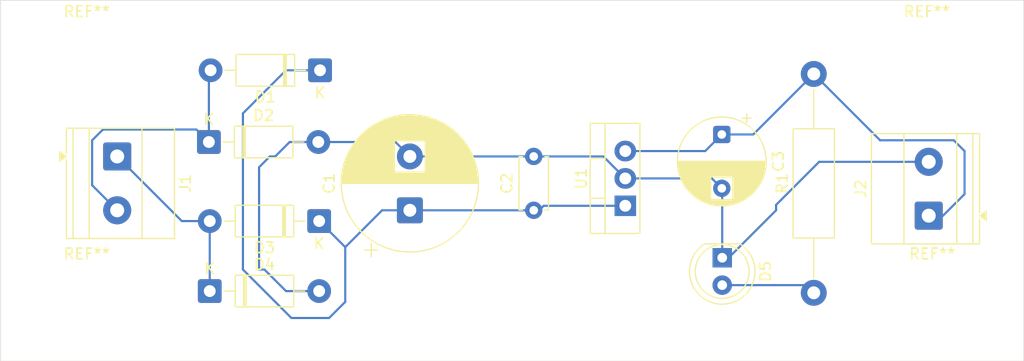
<source format=kicad_pcb>
(kicad_pcb (version 20241229) (generator "pcbnew") (generator_version "9.0")
  (layers (0 "F.Cu" signal) (2 "B.Cu" signal) (13 "F.Paste" user) (15 "B.Paste" user) (5 "F.SilkS" user "F.Silkscreen") (7 "B.SilkS" user "B.Silkscreen") (1 "F.Mask" user) (3 "B.Mask" user) (25 "Edge.Cuts" user))
  (net 0 "")
  (net 1 "GND")
  (net 2 "Net-(D1-K)")
  (net 3 "Net-(J2-Pin_1)")
  (net 4 "Net-(D1-A)")
  (net 5 "Net-(D3-A)")
  (net 6 "Net-(D5-A)")
  (footprint "Diode_THT:D_DO-41_SOD81_P10.16mm_Horizontal" (layer "F.Cu") (at 59.84 60.66)
    (property "Reference" "D2" (at 5.08 -2.47 0) (layer "F.SilkS"))
    (property "Value" "1N4007")
    (fp_line (start 1.34 0) (end 2.36 0) (stroke (width 0.12)) (layer "F.SilkS"))
    (fp_line (start 3.14 -1.47) (end 3.14 1.47) (stroke (width 0.12)) (layer "F.SilkS"))
    (fp_line (start 3.26 -1.47) (end 3.26 1.47) (stroke (width 0.12)) (layer "F.SilkS"))
    (fp_line (start 3.38 -1.47) (end 3.38 1.47) (stroke (width 0.12)) (layer "F.SilkS"))
    (fp_line (start 8.82 0) (end 7.8 0) (stroke (width 0.12)) (layer "F.SilkS"))
    (fp_rect (start 2.36 -1.47) (end 7.8 1.47) (stroke (width 0.12)) (fill no) (layer "F.SilkS"))
    (fp_text user "K" (at 0 -2.1 0) (layer "F.SilkS"))
    (pad "1" thru_hole roundrect (at 0 0) (size 2.2 2.2) (drill 1.1) (layers "*.Cu" "*.Mask") (roundrect_rratio 0.113636) (net 4 "Net-(D1-A)"))
    (pad "2" thru_hole circle (at 10.16 0) (size 2.2 2.2) (drill 1.1) (layers "*.Cu" "*.Mask") (net 1 "GND"))
  )
  (footprint "LED_THT:LED_D5.0mm_FlatTop" (layer "F.Cu") (at 107.5 71.4075 -90)
    (property "Reference" "D5" (at 1.27 -4.01 90) (layer "F.SilkS"))
    (property "Value" "LED")
    (fp_line (start -1.29 -1.64) (end -1.29 1.64) (stroke (width 0.12)) (layer "F.SilkS"))
    (fp_arc (start 4.31 0) (mid 2.124166 2.917533) (end -1.29 1.639512) (stroke (width 0.12)) (layer "F.SilkS"))
    (fp_arc (start -1.29 -1.639512) (mid 2.124166 -2.917533) (end 4.31 0) (stroke (width 0.12)) (layer "F.SilkS"))
    (fp_circle (center 1.27 0) (end 3.77 0) (stroke (width 0.12)) (fill no) (layer "F.SilkS"))
    (pad "1" thru_hole rect (at 0 0 270) (size 1.8 1.8) (drill 0.9) (layers "*.Cu" "*.Mask") (net 1 "GND"))
    (pad "2" thru_hole circle (at 2.54 0 270) (size 1.8 1.8) (drill 0.9) (layers "*.Cu" "*.Mask") (net 6 "Net-(D5-A)"))
  )
  (footprint "MountingHole:MountingHole_3.5mm" (layer "F.Cu") (at 127 75.5)
    (property "Reference" "REF**" (at 0 -4.45 0) (layer "F.SilkS"))
    (property "Value" "MountingHole_3.5mm")
    (pad "" np_thru_hole circle (at 0 0) (size 3.5 3.5) (drill 3.5) (layers "*.Cu" "*.Mask"))
  )
  (footprint "TerminalBlock_Phoenix:TerminalBlock_Phoenix_MKDS-1,5-2_1x02_P5.00mm_Horizontal" (layer "F.Cu") (at 126.6725 67.5 90)
    (property "Reference" "J2" (at 2.5 -6.32 90) (layer "F.SilkS"))
    (property "Value" "Conn_01x02")
    (fp_line (start 7.62 -5.32) (end 7.62 4.72) (stroke (width 0.12)) (layer "F.SilkS"))
    (fp_line (start -2.62 -5.32) (end 7.62 -5.32) (stroke (width 0.12)) (layer "F.SilkS"))
    (fp_line (start -2.62 -2.3) (end 7.62 -2.3) (stroke (width 0.12)) (layer "F.SilkS"))
    (fp_line (start -2.62 2.6) (end 7.62 2.6) (stroke (width 0.12)) (layer "F.SilkS"))
    (fp_line (start -2.62 4.1) (end 7.62 4.1) (stroke (width 0.12)) (layer "F.SilkS"))
    (fp_line (start 7.62 4.72) (end 0.3 4.72) (stroke (width 0.12)) (layer "F.SilkS"))
    (fp_line (start -0.3 4.72) (end -2.62 4.72) (stroke (width 0.12)) (layer "F.SilkS"))
    (fp_line (start -2.62 4.72) (end -2.62 -5.32) (stroke (width 0.12)) (layer "F.SilkS"))
    (fp_poly (pts (xy 0 4.72) (xy 0.44 5.33) (xy -0.44 5.33)) (stroke (width 0.12)) (fill yes) (layer "F.SilkS"))
    (pad "1" thru_hole roundrect (at 0 0 90) (size 2.6 2.6) (drill 1.3) (layers "*.Cu" "*.Mask") (roundrect_rratio 0.096154) (net 3 "Net-(J2-Pin_1)"))
    (pad "2" thru_hole circle (at 5 0 90) (size 2.6 2.6) (drill 1.3) (layers "*.Cu" "*.Mask") (net 1 "GND"))
  )
  (footprint "TerminalBlock_Phoenix:TerminalBlock_Phoenix_MKDS-1,5-2_1x02_P5.00mm_Horizontal" (layer "F.Cu") (at 51.3275 62 -90)
    (property "Reference" "J1" (at 2.5 -6.32 90) (layer "F.SilkS"))
    (property "Value" "Conn_01x02")
    (fp_line (start -2.62 4.72) (end -2.62 -5.32) (stroke (width 0.12)) (layer "F.SilkS"))
    (fp_line (start -0.3 4.72) (end -2.62 4.72) (stroke (width 0.12)) (layer "F.SilkS"))
    (fp_line (start 7.62 4.72) (end 0.3 4.72) (stroke (width 0.12)) (layer "F.SilkS"))
    (fp_line (start -2.62 4.1) (end 7.62 4.1) (stroke (width 0.12)) (layer "F.SilkS"))
    (fp_line (start -2.62 2.6) (end 7.62 2.6) (stroke (width 0.12)) (layer "F.SilkS"))
    (fp_line (start -2.62 -2.3) (end 7.62 -2.3) (stroke (width 0.12)) (layer "F.SilkS"))
    (fp_line (start -2.62 -5.32) (end 7.62 -5.32) (stroke (width 0.12)) (layer "F.SilkS"))
    (fp_line (start 7.62 -5.32) (end 7.62 4.72) (stroke (width 0.12)) (layer "F.SilkS"))
    (fp_poly (pts (xy 0 4.72) (xy 0.44 5.33) (xy -0.44 5.33)) (stroke (width 0.12)) (fill yes) (layer "F.SilkS"))
    (pad "1" thru_hole roundrect (at 0 0 270) (size 2.6 2.6) (drill 1.3) (layers "*.Cu" "*.Mask") (roundrect_rratio 0.096154) (net 5 "Net-(D3-A)"))
    (pad "2" thru_hole circle (at 5 0 270) (size 2.6 2.6) (drill 1.3) (layers "*.Cu" "*.Mask") (net 4 "Net-(D1-A)"))
  )
  (footprint "Diode_THT:D_DO-41_SOD81_P10.16mm_Horizontal" (layer "F.Cu") (at 70.08 68 180)
    (property "Reference" "D3" (at 5.08 -2.47 0) (layer "F.SilkS"))
    (property "Value" "1N4007")
    (fp_line (start 8.82 0) (end 7.8 0) (stroke (width 0.12)) (layer "F.SilkS"))
    (fp_line (start 3.38 -1.47) (end 3.38 1.47) (stroke (width 0.12)) (layer "F.SilkS"))
    (fp_line (start 3.26 -1.47) (end 3.26 1.47) (stroke (width 0.12)) (layer "F.SilkS"))
    (fp_line (start 3.14 -1.47) (end 3.14 1.47) (stroke (width 0.12)) (layer "F.SilkS"))
    (fp_line (start 1.34 0) (end 2.36 0) (stroke (width 0.12)) (layer "F.SilkS"))
    (fp_rect (start 2.36 -1.47) (end 7.8 1.47) (stroke (width 0.12)) (fill no) (layer "F.SilkS"))
    (fp_text user "K" (at 0 -2.1 0) (layer "F.SilkS"))
    (pad "1" thru_hole roundrect (at 0 0 180) (size 2.2 2.2) (drill 1.1) (layers "*.Cu" "*.Mask") (roundrect_rratio 0.113636) (net 2 "Net-(D1-K)"))
    (pad "2" thru_hole circle (at 10.16 0 180) (size 2.2 2.2) (drill 1.1) (layers "*.Cu" "*.Mask") (net 5 "Net-(D3-A)"))
  )
  (footprint "MountingHole:MountingHole_3.5mm" (layer "F.Cu") (at 48.5 75.5)
    (property "Reference" "REF**" (at 0 -4.45 0) (layer "F.SilkS"))
    (property "Value" "MountingHole_3.5mm")
    (pad "" np_thru_hole circle (at 0 0) (size 3.5 3.5) (drill 3.5) (layers "*.Cu" "*.Mask"))
  )
  (footprint "Capacitor_THT:CP_Radial_D12.5mm_P5.00mm" (layer "F.Cu") (at 78.5 67 90)
    (property "Reference" "C1" (at 2.5 -7.5 90) (layer "F.SilkS"))
    (property "Value" "C_Polarized")
    (fp_line (start 2.54 -6.33) (end 2.54 6.33) (stroke (width 0.12)) (layer "F.SilkS"))
    (fp_line (start 2.5 -6.33) (end 2.5 6.33) (stroke (width 0.12)) (layer "F.SilkS"))
    (fp_line (start 2.62 -6.329) (end 2.62 6.329) (stroke (width 0.12)) (layer "F.SilkS"))
    (fp_line (start 2.58 -6.329) (end 2.58 6.329) (stroke (width 0.12)) (layer "F.SilkS"))
    (fp_line (start 2.66 -6.328) (end 2.66 6.328) (stroke (width 0.12)) (layer "F.SilkS"))
    (fp_line (start 2.7 -6.327) (end 2.7 6.327) (stroke (width 0.12)) (layer "F.SilkS"))
    (fp_line (start 2.74 -6.325) (end 2.74 6.325) (stroke (width 0.12)) (layer "F.SilkS"))
    (fp_line (start 2.78 -6.324) (end 2.78 6.324) (stroke (width 0.12)) (layer "F.SilkS"))
    (fp_line (start 2.82 -6.322) (end 2.82 6.322) (stroke (width 0.12)) (layer "F.SilkS"))
    (fp_line (start 2.86 -6.32) (end 2.86 6.32) (stroke (width 0.12)) (layer "F.SilkS"))
    (fp_line (start 2.9 -6.317) (end 2.9 6.317) (stroke (width 0.12)) (layer "F.SilkS"))
    (fp_line (start 2.94 -6.315) (end 2.94 6.315) (stroke (width 0.12)) (layer "F.SilkS"))
    (fp_line (start 2.98 -6.312) (end 2.98 6.312) (stroke (width 0.12)) (layer "F.SilkS"))
    (fp_line (start 3.02 -6.309) (end 3.02 6.309) (stroke (width 0.12)) (layer "F.SilkS"))
    (fp_line (start 3.06 -6.305) (end 3.06 6.305) (stroke (width 0.12)) (layer "F.SilkS"))
    (fp_line (start 3.1 -6.302) (end 3.1 6.302) (stroke (width 0.12)) (layer "F.SilkS"))
    (fp_line (start 3.14 -6.298) (end 3.14 6.298) (stroke (width 0.12)) (layer "F.SilkS"))
    (fp_line (start 3.18 -6.294) (end 3.18 6.294) (stroke (width 0.12)) (layer "F.SilkS"))
    (fp_line (start 3.22 -6.289) (end 3.22 6.289) (stroke (width 0.12)) (layer "F.SilkS"))
    (fp_line (start 3.26 -6.284) (end 3.26 6.284) (stroke (width 0.12)) (layer "F.SilkS"))
    (fp_line (start 3.3 -6.28) (end 3.3 6.28) (stroke (width 0.12)) (layer "F.SilkS"))
    (fp_line (start 3.34 -6.274) (end 3.34 6.274) (stroke (width 0.12)) (layer "F.SilkS"))
    (fp_line (start 3.38 -6.269) (end 3.38 6.269) (stroke (width 0.12)) (layer "F.SilkS"))
    (fp_line (start 3.42 -6.263) (end 3.42 6.263) (stroke (width 0.12)) (layer "F.SilkS"))
    (fp_line (start 3.46 -6.257) (end 3.46 6.257) (stroke (width 0.12)) (layer "F.SilkS"))
    (fp_line (start 3.5 -6.251) (end 3.5 6.251) (stroke (width 0.12)) (layer "F.SilkS"))
    (fp_line (start 3.54 -6.245) (end 3.54 6.245) (stroke (width 0.12)) (layer "F.SilkS"))
    (fp_line (start 3.58 -6.238) (end 3.58 -1.44) (stroke (width 0.12)) (layer "F.SilkS"))
    (fp_line (start 3.62 -6.231) (end 3.62 -1.44) (stroke (width 0.12)) (layer "F.SilkS"))
    (fp_line (start 3.66 -6.223) (end 3.66 -1.44) (stroke (width 0.12)) (layer "F.SilkS"))
    (fp_line (start 3.7 -6.216) (end 3.7 -1.44) (stroke (width 0.12)) (layer "F.SilkS"))
    (fp_line (start 3.74 -6.208) (end 3.74 -1.44) (stroke (width 0.12)) (layer "F.SilkS"))
    (fp_line (start 3.78 -6.2) (end 3.78 -1.44) (stroke (width 0.12)) (layer "F.SilkS"))
    (fp_line (start 3.82 -6.192) (end 3.82 -1.44) (stroke (width 0.12)) (layer "F.SilkS"))
    (fp_line (start 3.86 -6.183) (end 3.86 -1.44) (stroke (width 0.12)) (layer "F.SilkS"))
    (fp_line (start 3.9 -6.174) (end 3.9 -1.44) (stroke (width 0.12)) (layer "F.SilkS"))
    (fp_line (start 3.94 -6.165) (end 3.94 -1.44) (stroke (width 0.12)) (layer "F.SilkS"))
    (fp_line (start 3.98 -6.156) (end 3.98 -1.44) (stroke (width 0.12)) (layer "F.SilkS"))
    (fp_line (start 4.02 -6.146) (end 4.02 -1.44) (stroke (width 0.12)) (layer "F.SilkS"))
    (fp_line (start 4.06 -6.136) (end 4.06 -1.44) (stroke (width 0.12)) (layer "F.SilkS"))
    (fp_line (start 4.1 -6.126) (end 4.1 -1.44) (stroke (width 0.12)) (layer "F.SilkS"))
    (fp_line (start 4.14 -6.115) (end 4.14 -1.44) (stroke (width 0.12)) (layer "F.SilkS"))
    (fp_line (start 4.18 -6.104) (end 4.18 -1.44) (stroke (width 0.12)) (layer "F.SilkS"))
    (fp_line (start 4.22 -6.093) (end 4.22 -1.44) (stroke (width 0.12)) (layer "F.SilkS"))
    (fp_line (start 4.26 -6.082) (end 4.26 -1.44) (stroke (width 0.12)) (layer "F.SilkS"))
    (fp_line (start 4.3 -6.07) (end 4.3 -1.44) (stroke (width 0.12)) (layer "F.SilkS"))
    (fp_line (start 4.34 -6.058) (end 4.34 -1.44) (stroke (width 0.12)) (layer "F.SilkS"))
    (fp_line (start 4.38 -6.046) (end 4.38 -1.44) (stroke (width 0.12)) (layer "F.SilkS"))
    (fp_line (start 4.42 -6.034) (end 4.42 -1.44) (stroke (width 0.12)) (layer "F.SilkS"))
    (fp_line (start 4.46 -6.021) (end 4.46 -1.44) (stroke (width 0.12)) (layer "F.SilkS"))
    (fp_line (start 4.5 -6.008) (end 4.5 -1.44) (stroke (width 0.12)) (layer "F.SilkS"))
    (fp_line (start 4.54 -5.995) (end 4.54 -1.44) (stroke (width 0.12)) (layer "F.SilkS"))
    (fp_line (start 4.58 -5.981) (end 4.58 -1.44) (stroke (width 0.12)) (layer "F.SilkS"))
    (fp_line (start 4.62 -5.967) (end 4.62 -1.44) (stroke (width 0.12)) (layer "F.SilkS"))
    (fp_line (start 4.66 -5.953) (end 4.66 -1.44) (stroke (width 0.12)) (layer "F.SilkS"))
    (fp_line (start 4.7 -5.938) (end 4.7 -1.44) (stroke (width 0.12)) (layer "F.SilkS"))
    (fp_line (start 4.74 -5.923) (end 4.74 -1.44) (stroke (width 0.12)) (layer "F.SilkS"))
    (fp_line (start 4.78 -5.908) (end 4.78 -1.44) (stroke (width 0.12)) (layer "F.SilkS"))
    (fp_line (start 4.82 -5.892) (end 4.82 -1.44) (stroke (width 0.12)) (layer "F.SilkS"))
    (fp_line (start 4.86 -5.877) (end 4.86 -1.44) (stroke (width 0.12)) (layer "F.SilkS"))
    (fp_line (start 4.9 -5.861) (end 4.9 -1.44) (stroke (width 0.12)) (layer "F.SilkS"))
    (fp_line (start 4.94 -5.844) (end 4.94 -1.44) (stroke (width 0.12)) (layer "F.SilkS"))
    (fp_line (start 4.98 -5.827) (end 4.98 -1.44) (stroke (width 0.12)) (layer "F.SilkS"))
    (fp_line (start 5.02 -5.81) (end 5.02 -1.44) (stroke (width 0.12)) (layer "F.SilkS"))
    (fp_line (start 5.06 -5.793) (end 5.06 -1.44) (stroke (width 0.12)) (layer "F.SilkS"))
    (fp_line (start 5.1 -5.775) (end 5.1 -1.44) (stroke (width 0.12)) (layer "F.SilkS"))
    (fp_line (start 5.14 -5.757) (end 5.14 -1.44) (stroke (width 0.12)) (layer "F.SilkS"))
    (fp_line (start 5.18 -5.739) (end 5.18 -1.44) (stroke (width 0.12)) (layer "F.SilkS"))
    (fp_line (start 5.22 -5.72) (end 5.22 -1.44) (stroke (width 0.12)) (layer "F.SilkS"))
    (fp_line (start 5.26 -5.701) (end 5.26 -1.44) (stroke (width 0.12)) (layer "F.SilkS"))
    (fp_line (start 5.3 -5.682) (end 5.3 -1.44) (stroke (width 0.12)) (layer "F.SilkS"))
    (fp_line (start 5.34 -5.662) (end 5.34 -1.44) (stroke (width 0.12)) (layer "F.SilkS"))
    (fp_line (start 5.38 -5.642) (end 5.38 -1.44) (stroke (width 0.12)) (layer "F.SilkS"))
    (fp_line (start 5.42 -5.621) (end 5.42 -1.44) (stroke (width 0.12)) (layer "F.SilkS"))
    (fp_line (start 5.46 -5.601) (end 5.46 -1.44) (stroke (width 0.12)) (layer "F.SilkS"))
    (fp_line (start 5.5 -5.579) (end 5.5 -1.44) (stroke (width 0.12)) (layer "F.SilkS"))
    (fp_line (start 5.54 -5.558) (end 5.54 -1.44) (stroke (width 0.12)) (layer "F.SilkS"))
    (fp_line (start 5.58 -5.536) (end 5.58 -1.44) (stroke (width 0.12)) (layer "F.SilkS"))
    (fp_line (start 5.62 -5.514) (end 5.62 -1.44) (stroke (width 0.12)) (layer "F.SilkS"))
    (fp_line (start 5.66 -5.491) (end 5.66 -1.44) (stroke (width 0.12)) (layer "F.SilkS"))
    (fp_line (start 5.7 -5.468) (end 5.7 -1.44) (stroke (width 0.12)) (layer "F.SilkS"))
    (fp_line (start 5.74 -5.444) (end 5.74 -1.44) (stroke (width 0.12)) (layer "F.SilkS"))
    (fp_line (start 5.78 -5.421) (end 5.78 -1.44) (stroke (width 0.12)) (layer "F.SilkS"))
    (fp_line (start 5.82 -5.396) (end 5.82 -1.44) (stroke (width 0.12)) (layer "F.SilkS"))
    (fp_line (start 5.86 -5.372) (end 5.86 -1.44) (stroke (width 0.12)) (layer "F.SilkS"))
    (fp_line (start 5.9 -5.347) (end 5.9 -1.44) (stroke (width 0.12)) (layer "F.SilkS"))
    (fp_line (start 5.94 -5.321) (end 5.94 -1.44) (stroke (width 0.12)) (layer "F.SilkS"))
    (fp_line (start 5.98 -5.295) (end 5.98 -1.44) (stroke (width 0.12)) (layer "F.SilkS"))
    (fp_line (start 6.02 -5.269) (end 6.02 -1.44) (stroke (width 0.12)) (layer "F.SilkS"))
    (fp_line (start 6.06 -5.242) (end 6.06 -1.44) (stroke (width 0.12)) (layer "F.SilkS"))
    (fp_line (start 6.1 -5.215) (end 6.1 -1.44) (stroke (width 0.12)) (layer "F.SilkS"))
    (fp_line (start 6.14 -5.188) (end 6.14 -1.44) (stroke (width 0.12)) (layer "F.SilkS"))
    (fp_line (start 6.18 -5.159) (end 6.18 -1.44) (stroke (width 0.12)) (layer "F.SilkS"))
    (fp_line (start 6.22 -5.131) (end 6.22 -1.44) (stroke (width 0.12)) (layer "F.SilkS"))
    (fp_line (start 6.26 -5.102) (end 6.26 -1.44) (stroke (width 0.12)) (layer "F.SilkS"))
    (fp_line (start 6.3 -5.072) (end 6.3 -1.44) (stroke (width 0.12)) (layer "F.SilkS"))
    (fp_line (start 6.34 -5.042) (end 6.34 -1.44) (stroke (width 0.12)) (layer "F.SilkS"))
    (fp_line (start 6.38 -5.012) (end 6.38 -1.44) (stroke (width 0.12)) (layer "F.SilkS"))
    (fp_line (start 6.42 -4.981) (end 6.42 -1.44) (stroke (width 0.12)) (layer "F.SilkS"))
    (fp_line (start 6.46 -4.95) (end 6.46 4.95) (stroke (width 0.12)) (layer "F.SilkS"))
    (fp_line (start 6.5 -4.918) (end 6.5 4.918) (stroke (width 0.12)) (layer "F.SilkS"))
    (fp_line (start 6.54 -4.885) (end 6.54 4.885) (stroke (width 0.12)) (layer "F.SilkS"))
    (fp_line (start 6.58 -4.852) (end 6.58 4.852) (stroke (width 0.12)) (layer "F.SilkS"))
    (fp_line (start 6.62 -4.818) (end 6.62 4.818) (stroke (width 0.12)) (layer "F.SilkS"))
    (fp_line (start 6.66 -4.784) (end 6.66 4.784) (stroke (width 0.12)) (layer "F.SilkS"))
    (fp_line (start 6.7 -4.749) (end 6.7 4.749) (stroke (width 0.12)) (layer "F.SilkS"))
    (fp_line (start 6.74 -4.714) (end 6.74 4.714) (stroke (width 0.12)) (layer "F.SilkS"))
    (fp_line (start 6.78 -4.678) (end 6.78 4.678) (stroke (width 0.12)) (layer "F.SilkS"))
    (fp_line (start 6.82 -4.641) (end 6.82 4.641) (stroke (width 0.12)) (layer "F.SilkS"))
    (fp_line (start 6.86 -4.604) (end 6.86 4.604) (stroke (width 0.12)) (layer "F.SilkS"))
    (fp_line (start 6.9 -4.566) (end 6.9 4.566) (stroke (width 0.12)) (layer "F.SilkS"))
    (fp_line (start 6.94 -4.528) (end 6.94 4.528) (stroke (width 0.12)) (layer "F.SilkS"))
    (fp_line (start 6.98 -4.488) (end 6.98 4.488) (stroke (width 0.12)) (layer "F.SilkS"))
    (fp_line (start 7.02 -4.448) (end 7.02 4.448) (stroke (width 0.12)) (layer "F.SilkS"))
    (fp_line (start 7.06 -4.408) (end 7.06 4.408) (stroke (width 0.12)) (layer "F.SilkS"))
    (fp_line (start 7.1 -4.366) (end 7.1 4.366) (stroke (width 0.12)) (layer "F.SilkS"))
    (fp_line (start 7.14 -4.324) (end 7.14 4.324) (stroke (width 0.12)) (layer "F.SilkS"))
    (fp_line (start 7.18 -4.281) (end 7.18 4.281) (stroke (width 0.12)) (layer "F.SilkS"))
    (fp_line (start 7.22 -4.238) (end 7.22 4.238) (stroke (width 0.12)) (layer "F.SilkS"))
    (fp_line (start -3.692082 -4.2) (end -3.692082 -2.95) (stroke (width 0.12)) (layer "F.SilkS"))
    (fp_line (start 7.26 -4.193) (end 7.26 4.193) (stroke (width 0.12)) (layer "F.SilkS"))
    (fp_line (start 7.3 -4.148) (end 7.3 4.148) (stroke (width 0.12)) (layer "F.SilkS"))
    (fp_line (start 7.34 -4.101) (end 7.34 4.101) (stroke (width 0.12)) (layer "F.SilkS"))
    (fp_line (start 7.38 -4.054) (end 7.38 4.054) (stroke (width 0.12)) (layer "F.SilkS"))
    (fp_line (start 7.42 -4.006) (end 7.42 4.006) (stroke (width 0.12)) (layer "F.SilkS"))
    (fp_line (start 7.46 -3.957) (end 7.46 3.957) (stroke (width 0.12)) (layer "F.SilkS"))
    (fp_line (start 7.5 -3.907) (end 7.5 3.907) (stroke (width 0.12)) (layer "F.SilkS"))
    (fp_line (start 7.54 -3.856) (end 7.54 3.856) (stroke (width 0.12)) (layer "F.SilkS"))
    (fp_line (start 7.58 -3.803) (end 7.58 3.803) (stroke (width 0.12)) (layer "F.SilkS"))
    (fp_line (start 7.62 -3.75) (end 7.62 3.75) (stroke (width 0.12)) (layer "F.SilkS"))
    (fp_line (start 7.66 -3.695) (end 7.66 3.695) (stroke (width 0.12)) (layer "F.SilkS"))
    (fp_line (start 7.7 -3.639) (end 7.7 3.639) (stroke (width 0.12)) (layer "F.SilkS"))
    (fp_line (start 7.74 -3.582) (end 7.74 3.582) (stroke (width 0.12)) (layer "F.SilkS"))
    (fp_line (start -4.317082 -3.575) (end -3.067082 -3.575) (stroke (width 0.12)) (layer "F.SilkS"))
    (fp_line (start 7.78 -3.523) (end 7.78 3.523) (stroke (width 0.12)) (layer "F.SilkS"))
    (fp_line (start 7.82 -3.463) (end 7.82 3.463) (stroke (width 0.12)) (layer "F.SilkS"))
    (fp_line (start 7.86 -3.402) (end 7.86 3.402) (stroke (width 0.12)) (layer "F.SilkS"))
    (fp_line (start 7.9 -3.339) (end 7.9 3.339) (stroke (width 0.12)) (layer "F.SilkS"))
    (fp_line (start 7.94 -3.274) (end 7.94 3.274) (stroke (width 0.12)) (layer "F.SilkS"))
    (fp_line (start 7.98 -3.208) (end 7.98 3.208) (stroke (width 0.12)) (layer "F.SilkS"))
    (fp_line (start 8.02 -3.139) (end 8.02 3.139) (stroke (width 0.12)) (layer "F.SilkS"))
    (fp_line (start 8.06 -3.069) (end 8.06 3.069) (stroke (width 0.12)) (layer "F.SilkS"))
    (fp_line (start 8.1 -2.996) (end 8.1 2.996) (stroke (width 0.12)) (layer "F.SilkS"))
    (fp_line (start 8.14 -2.921) (end 8.14 2.921) (stroke (width 0.12)) (layer "F.SilkS"))
    (fp_line (start 8.18 -2.843) (end 8.18 2.843) (stroke (width 0.12)) (layer "F.SilkS"))
    (fp_line (start 8.22 -2.763) (end 8.22 2.763) (stroke (width 0.12)) (layer "F.SilkS"))
    (fp_line (start 8.26 -2.68) (end 8.26 2.68) (stroke (width 0.12)) (layer "F.SilkS"))
    (fp_line (start 8.3 -2.594) (end 8.3 2.594) (stroke (width 0.12)) (layer "F.SilkS"))
    (fp_line (start 8.34 -2.504) (end 8.34 2.504) (stroke (width 0.12)) (layer "F.SilkS"))
    (fp_line (start 8.38 -2.41) (end 8.38 2.41) (stroke (width 0.12)) (layer "F.SilkS"))
    (fp_line (start 8.42 -2.312) (end 8.42 2.312) (stroke (width 0.12)) (layer "F.SilkS"))
    (fp_line (start 8.46 -2.208) (end 8.46 2.208) (stroke (width 0.12)) (layer "F.SilkS"))
    (fp_line (start 8.5 -2.099) (end 8.5 2.099) (stroke (width 0.12)) (layer "F.SilkS"))
    (fp_line (start 8.54 -1.984) (end 8.54 1.984) (stroke (width 0.12)) (layer "F.SilkS"))
    (fp_line (start 8.58 -1.86) (end 8.58 1.86) (stroke (width 0.12)) (layer "F.SilkS"))
    (fp_line (start 8.62 -1.727) (end 8.62 1.727) (stroke (width 0.12)) (layer "F.SilkS"))
    (fp_line (start 8.66 -1.582) (end 8.66 1.582) (stroke (width 0.12)) (layer "F.SilkS"))
    (fp_line (start 8.7 -1.422) (end 8.7 1.422) (stroke (width 0.12)) (layer "F.SilkS"))
    (fp_line (start 8.74 -1.24) (end 8.74 1.24) (stroke (width 0.12)) (layer "F.SilkS"))
    (fp_line (start 8.78 -1.027) (end 8.78 1.027) (stroke (width 0.12)) (layer "F.SilkS"))
    (fp_line (start 8.82 -0.757) (end 8.82 0.757) (stroke (width 0.12)) (layer "F.SilkS"))
    (fp_line (start 8.86 -0.317) (end 8.86 0.317) (stroke (width 0.12)) (layer "F.SilkS"))
    (fp_line (start 6.42 1.44) (end 6.42 4.981) (stroke (width 0.12)) (layer "F.SilkS"))
    (fp_line (start 6.38 1.44) (end 6.38 5.012) (stroke (width 0.12)) (layer "F.SilkS"))
    (fp_line (start 6.34 1.44) (end 6.34 5.042) (stroke (width 0.12)) (layer "F.SilkS"))
    (fp_line (start 6.3 1.44) (end 6.3 5.072) (stroke (width 0.12)) (layer "F.SilkS"))
    (fp_line (start 6.26 1.44) (end 6.26 5.102) (stroke (width 0.12)) (layer "F.SilkS"))
    (fp_line (start 6.22 1.44) (end 6.22 5.131) (stroke (width 0.12)) (layer "F.SilkS"))
    (fp_line (start 6.18 1.44) (end 6.18 5.159) (stroke (width 0.12)) (layer "F.SilkS"))
    (fp_line (start 6.14 1.44) (end 6.14 5.188) (stroke (width 0.12)) (layer "F.SilkS"))
    (fp_line (start 6.1 1.44) (end 6.1 5.215) (stroke (width 0.12)) (layer "F.SilkS"))
    (fp_line (start 6.06 1.44) (end 6.06 5.242) (stroke (width 0.12)) (layer "F.SilkS"))
    (fp_line (start 6.02 1.44) (end 6.02 5.269) (stroke (width 0.12)) (layer "F.SilkS"))
    (fp_line (start 5.98 1.44) (end 5.98 5.295) (stroke (width 0.12)) (layer "F.SilkS"))
    (fp_line (start 5.94 1.44) (end 5.94 5.321) (stroke (width 0.12)) (layer "F.SilkS"))
    (fp_line (start 5.9 1.44) (end 5.9 5.347) (stroke (width 0.12)) (layer "F.SilkS"))
    (fp_line (start 5.86 1.44) (end 5.86 5.372) (stroke (width 0.12)) (layer "F.SilkS"))
    (fp_line (start 5.82 1.44) (end 5.82 5.396) (stroke (width 0.12)) (layer "F.SilkS"))
    (fp_line (start 5.78 1.44) (end 5.78 5.421) (stroke (width 0.12)) (layer "F.SilkS"))
    (fp_line (start 5.74 1.44) (end 5.74 5.444) (stroke (width 0.12)) (layer "F.SilkS"))
    (fp_line (start 5.7 1.44) (end 5.7 5.468) (stroke (width 0.12)) (layer "F.SilkS"))
    (fp_line (start 5.66 1.44) (end 5.66 5.491) (stroke (width 0.12)) (layer "F.SilkS"))
    (fp_line (start 5.62 1.44) (end 5.62 5.514) (stroke (width 0.12)) (layer "F.SilkS"))
    (fp_line (start 5.58 1.44) (end 5.58 5.536) (stroke (width 0.12)) (layer "F.SilkS"))
    (fp_line (start 5.54 1.44) (end 5.54 5.558) (stroke (width 0.12)) (layer "F.SilkS"))
    (fp_line (start 5.5 1.44) (end 5.5 5.579) (stroke (width 0.12)) (layer "F.SilkS"))
    (fp_line (start 5.46 1.44) (end 5.46 5.601) (stroke (width 0.12)) (layer "F.SilkS"))
    (fp_line (start 5.42 1.44) (end 5.42 5.621) (stroke (width 0.12)) (layer "F.SilkS"))
    (fp_line (start 5.38 1.44) (end 5.38 5.642) (stroke (width 0.12)) (layer "F.SilkS"))
    (fp_line (start 5.34 1.44) (end 5.34 5.662) (stroke (width 0.12)) (layer "F.SilkS"))
    (fp_line (start 5.3 1.44) (end 5.3 5.682) (stroke (width 0.12)) (layer "F.SilkS"))
    (fp_line (start 5.26 1.44) (end 5.26 5.701) (stroke (width 0.12)) (layer "F.SilkS"))
    (fp_line (start 5.22 1.44) (end 5.22 5.72) (stroke (width 0.12)) (layer "F.SilkS"))
    (fp_line (start 5.18 1.44) (end 5.18 5.739) (stroke (width 0.12)) (layer "F.SilkS"))
    (fp_line (start 5.14 1.44) (end 5.14 5.757) (stroke (width 0.12)) (layer "F.SilkS"))
    (fp_line (start 5.1 1.44) (end 5.1 5.775) (stroke (width 0.12)) (layer "F.SilkS"))
    (fp_line (start 5.06 1.44) (end 5.06 5.793) (stroke (width 0.12)) (layer "F.SilkS"))
    (fp_line (start 5.02 1.44) (end 5.02 5.81) (stroke (width 0.12)) (layer "F.SilkS"))
    (fp_line (start 4.98 1.44) (end 4.98 5.827) (stroke (width 0.12)) (layer "F.SilkS"))
    (fp_line (start 4.94 1.44) (end 4.94 5.844) (stroke (width 0.12)) (layer "F.SilkS"))
    (fp_line (start 4.9 1.44) (end 4.9 5.861) (stroke (width 0.12)) (layer "F.SilkS"))
    (fp_line (start 4.86 1.44) (end 4.86 5.877) (stroke (width 0.12)) (layer "F.SilkS"))
    (fp_line (start 4.82 1.44) (end 4.82 5.892) (stroke (width 0.12)) (layer "F.SilkS"))
    (fp_line (start 4.78 1.44) (end 4.78 5.908) (stroke (width 0.12)) (layer "F.SilkS"))
    (fp_line (start 4.74 1.44) (end 4.74 5.923) (stroke (width 0.12)) (layer "F.SilkS"))
    (fp_line (start 4.7 1.44) (end 4.7 5.938) (stroke (width 0.12)) (layer "F.SilkS"))
    (fp_line (start 4.66 1.44) (end 4.66 5.953) (stroke (width 0.12)) (layer "F.SilkS"))
    (fp_line (start 4.62 1.44) (end 4.62 5.967) (stroke (width 0.12)) (layer "F.SilkS"))
    (fp_line (start 4.58 1.44) (end 4.58 5.981) (stroke (width 0.12)) (layer "F.SilkS"))
    (fp_line (start 4.54 1.44) (end 4.54 5.995) (stroke (width 0.12)) (layer "F.SilkS"))
    (fp_line (start 4.5 1.44) (end 4.5 6.008) (stroke (width 0.12)) (layer "F.SilkS"))
    (fp_line (start 4.46 1.44) (end 4.46 6.021) (stroke (width 0.12)) (layer "F.SilkS"))
    (fp_line (start 4.42 1.44) (end 4.42 6.034) (stroke (width 0.12)) (layer "F.SilkS"))
    (fp_line (start 4.38 1.44) (end 4.38 6.046) (stroke (width 0.12)) (layer "F.SilkS"))
    (fp_line (start 4.34 1.44) (end 4.34 6.058) (stroke (width 0.12)) (layer "F.SilkS"))
    (fp_line (start 4.3 1.44) (end 4.3 6.07) (stroke (width 0.12)) (layer "F.SilkS"))
    (fp_line (start 4.26 1.44) (end 4.26 6.082) (stroke (width 0.12)) (layer "F.SilkS"))
    (fp_line (start 4.22 1.44) (end 4.22 6.093) (stroke (width 0.12)) (layer "F.SilkS"))
    (fp_line (start 4.18 1.44) (end 4.18 6.104) (stroke (width 0.12)) (layer "F.SilkS"))
    (fp_line (start 4.14 1.44) (end 4.14 6.115) (stroke (width 0.12)) (layer "F.SilkS"))
    (fp_line (start 4.1 1.44) (end 4.1 6.126) (stroke (width 0.12)) (layer "F.SilkS"))
    (fp_line (start 4.06 1.44) (end 4.06 6.136) (stroke (width 0.12)) (layer "F.SilkS"))
    (fp_line (start 4.02 1.44) (end 4.02 6.146) (stroke (width 0.12)) (layer "F.SilkS"))
    (fp_line (start 3.98 1.44) (end 3.98 6.156) (stroke (width 0.12)) (layer "F.SilkS"))
    (fp_line (start 3.94 1.44) (end 3.94 6.165) (stroke (width 0.12)) (layer "F.SilkS"))
    (fp_line (start 3.9 1.44) (end 3.9 6.174) (stroke (width 0.12)) (layer "F.SilkS"))
    (fp_line (start 3.86 1.44) (end 3.86 6.183) (stroke (width 0.12)) (layer "F.SilkS"))
    (fp_line (start 3.82 1.44) (end 3.82 6.192) (stroke (width 0.12)) (layer "F.SilkS"))
    (fp_line (start 3.78 1.44) (end 3.78 6.2) (stroke (width 0.12)) (layer "F.SilkS"))
    (fp_line (start 3.74 1.44) (end 3.74 6.208) (stroke (width 0.12)) (layer "F.SilkS"))
    (fp_line (start 3.7 1.44) (end 3.7 6.216) (stroke (width 0.12)) (layer "F.SilkS"))
    (fp_line (start 3.66 1.44) (end 3.66 6.223) (stroke (width 0.12)) (layer "F.SilkS"))
    (fp_line (start 3.62 1.44) (end 3.62 6.231) (stroke (width 0.12)) (layer "F.SilkS"))
    (fp_line (start 3.58 1.44) (end 3.58 6.238) (stroke (width 0.12)) (layer "F.SilkS"))
    (fp_circle (center 2.5 0) (end 8.87 0) (stroke (width 0.12)) (fill no) (layer "F.SilkS"))
    (pad "1" thru_hole roundrect (at 0 0 90) (size 2.4 2.4) (drill 1.2) (layers "*.Cu" "*.Mask") (roundrect_rratio 0.104167) (net 2 "Net-(D1-K)"))
    (pad "2" thru_hole circle (at 5 0 90) (size 2.4 2.4) (drill 1.2) (layers "*.Cu" "*.Mask") (net 1 "GND"))
  )
  (footprint "Resistor_THT:R_Axial_DIN0411_L9.9mm_D3.6mm_P20.32mm_Horizontal" (layer "F.Cu") (at 116 74.66 90)
    (property "Reference" "R1" (at 10.16 -2.92 90) (layer "F.SilkS"))
    (property "Value" "R")
    (fp_line (start 18.88 0) (end 15.23 0) (stroke (width 0.12)) (layer "F.SilkS"))
    (fp_line (start 1.44 0) (end 5.09 0) (stroke (width 0.12)) (layer "F.SilkS"))
    (fp_rect (start 5.09 -1.92) (end 15.23 1.92) (stroke (width 0.12)) (fill no) (layer "F.SilkS"))
    (pad "1" thru_hole circle (at 0 0 90) (size 2.4 2.4) (drill 1.2) (layers "*.Cu" "*.Mask") (net 6 "Net-(D5-A)"))
    (pad "2" thru_hole circle (at 20.32 0 90) (size 2.4 2.4) (drill 1.2) (layers "*.Cu" "*.Mask") (net 3 "Net-(J2-Pin_1)"))
  )
  (footprint "Package_TO_SOT_THT:TO-220-3_Vertical" (layer "F.Cu") (at 98.5 66.58 90)
    (property "Reference" "U1" (at 2.54 -4.1 90) (layer "F.SilkS"))
    (property "Value" "L7805")
    (fp_line (start 7.65 -3.26) (end 7.65 1.36) (stroke (width 0.12)) (layer "F.SilkS"))
    (fp_line (start 4.39 -3.26) (end 4.39 -1.88) (stroke (width 0.12)) (layer "F.SilkS"))
    (fp_line (start 0.69 -3.26) (end 0.69 -1.88) (stroke (width 0.12)) (layer "F.SilkS"))
    (fp_line (start -2.57 -3.26) (end 7.65 -3.26) (stroke (width 0.12)) (layer "F.SilkS"))
    (fp_line (start -2.57 -1.88) (end 7.65 -1.88) (stroke (width 0.12)) (layer "F.SilkS"))
    (fp_line (start 7.65 1.36) (end -2.57 1.36) (stroke (width 0.12)) (layer "F.SilkS"))
    (fp_line (start -2.57 1.36) (end -2.57 -3.26) (stroke (width 0.12)) (layer "F.SilkS"))
    (pad "1" thru_hole rect (at 0 0 90) (size 1.905 2) (drill 1.1) (layers "*.Cu" "*.Mask") (net 2 "Net-(D1-K)"))
    (pad "2" thru_hole oval (at 2.54 0 90) (size 1.905 2) (drill 1.1) (layers "*.Cu" "*.Mask") (net 1 "GND"))
    (pad "3" thru_hole oval (at 5.08 0 90) (size 1.905 2) (drill 1.1) (layers "*.Cu" "*.Mask") (net 3 "Net-(J2-Pin_1)"))
  )
  (footprint "Diode_THT:D_DO-41_SOD81_P10.16mm_Horizontal" (layer "F.Cu") (at 59.92 74.5)
    (property "Reference" "D4" (at 5.08 -2.47 0) (layer "F.SilkS"))
    (property "Value" "1N4007")
    (fp_line (start 1.34 0) (end 2.36 0) (stroke (width 0.12)) (layer "F.SilkS"))
    (fp_line (start 3.14 -1.47) (end 3.14 1.47) (stroke (width 0.12)) (layer "F.SilkS"))
    (fp_line (start 3.26 -1.47) (end 3.26 1.47) (stroke (width 0.12)) (layer "F.SilkS"))
    (fp_line (start 3.38 -1.47) (end 3.38 1.47) (stroke (width 0.12)) (layer "F.SilkS"))
    (fp_line (start 8.82 0) (end 7.8 0) (stroke (width 0.12)) (layer "F.SilkS"))
    (fp_rect (start 2.36 -1.47) (end 7.8 1.47) (stroke (width 0.12)) (fill no) (layer "F.SilkS"))
    (fp_text user "K" (at 0 -2.1 0) (layer "F.SilkS"))
    (pad "1" thru_hole roundrect (at 0 0) (size 2.2 2.2) (drill 1.1) (layers "*.Cu" "*.Mask") (roundrect_rratio 0.113636) (net 5 "Net-(D3-A)"))
    (pad "2" thru_hole circle (at 10.16 0) (size 2.2 2.2) (drill 1.1) (layers "*.Cu" "*.Mask") (net 1 "GND"))
  )
  (footprint "Capacitor_THT:C_Disc_D4.7mm_W2.5mm_P5.00mm" (layer "F.Cu") (at 90 67 90)
    (property "Reference" "C2" (at 2.5 -2.5 90) (layer "F.SilkS"))
    (property "Value" "C")
    (fp_line (start 4.97 -1.37) (end 4.97 -1.04) (stroke (width 0.12)) (layer "F.SilkS"))
    (fp_line (start 0.03 -1.37) (end 4.97 -1.37) (stroke (width 0.12)) (layer "F.SilkS"))
    (fp_line (start 0.03 -1.04) (end 0.03 -1.37) (stroke (width 0.12)) (layer "F.SilkS"))
    (fp_line (start 4.97 1.04) (end 4.97 1.37) (stroke (width 0.12)) (layer "F.SilkS"))
    (fp_line (start 4.97 1.37) (end 0.03 1.37) (stroke (width 0.12)) (layer "F.SilkS"))
    (fp_line (start 0.03 1.37) (end 0.03 1.04) (stroke (width 0.12)) (layer "F.SilkS"))
    (pad "1" thru_hole circle (at 0 0 90) (size 1.6 1.6) (drill 0.8) (layers "*.Cu" "*.Mask") (net 2 "Net-(D1-K)"))
    (pad "2" thru_hole circle (at 5 0 90) (size 1.6 1.6) (drill 0.8) (layers "*.Cu" "*.Mask") (net 1 "GND"))
  )
  (footprint "Diode_THT:D_DO-41_SOD81_P10.16mm_Horizontal" (layer "F.Cu") (at 70.16 54 180)
    (property "Reference" "D1" (at 5.08 -2.47 0) (layer "F.SilkS"))
    (property "Value" "1N4007")
    (fp_line (start 8.82 0) (end 7.8 0) (stroke (width 0.12)) (layer "F.SilkS"))
    (fp_line (start 3.38 -1.47) (end 3.38 1.47) (stroke (width 0.12)) (layer "F.SilkS"))
    (fp_line (start 3.26 -1.47) (end 3.26 1.47) (stroke (width 0.12)) (layer "F.SilkS"))
    (fp_line (start 3.14 -1.47) (end 3.14 1.47) (stroke (width 0.12)) (layer "F.SilkS"))
    (fp_line (start 1.34 0) (end 2.36 0) (stroke (width 0.12)) (layer "F.SilkS"))
    (fp_rect (start 2.36 -1.47) (end 7.8 1.47) (stroke (width 0.12)) (fill no) (layer "F.SilkS"))
    (fp_text user "K" (at 0 -2.1 0) (layer "F.SilkS"))
    (pad "1" thru_hole roundrect (at 0 0 180) (size 2.2 2.2) (drill 1.1) (layers "*.Cu" "*.Mask") (roundrect_rratio 0.113636) (net 2 "Net-(D1-K)"))
    (pad "2" thru_hole circle (at 10.16 0 180) (size 2.2 2.2) (drill 1.1) (layers "*.Cu" "*.Mask") (net 4 "Net-(D1-A)"))
  )
  (footprint "MountingHole:MountingHole_3.5mm" (layer "F.Cu") (at 48.5 53)
    (property "Reference" "REF**" (at 0 -4.45 0) (layer "F.SilkS"))
    (property "Value" "MountingHole_3.5mm")
    (pad "" np_thru_hole circle (at 0 0) (size 3.5 3.5) (drill 3.5) (layers "*.Cu" "*.Mask"))
  )
  (footprint "Capacitor_THT:CP_Radial_D8.0mm_P5.00mm" (layer "F.Cu") (at 107.46 59.96 -90)
    (property "Reference" "C3" (at 2.5 -5.25 90) (layer "F.SilkS"))
    (property "Value" "C_Polarized")
    (fp_line (start 3.98 1.04) (end 3.98 3.805) (stroke (width 0.12)) (layer "F.SilkS"))
    (fp_line (start 4.02 1.04) (end 4.02 3.789) (stroke (width 0.12)) (layer "F.SilkS"))
    (fp_line (start 4.06 1.04) (end 4.06 3.773) (stroke (width 0.12)) (layer "F.SilkS"))
    (fp_line (start 4.1 1.04) (end 4.1 3.757) (stroke (width 0.12)) (layer "F.SilkS"))
    (fp_line (start 4.14 1.04) (end 4.14 3.74) (stroke (width 0.12)) (layer "F.SilkS"))
    (fp_line (start 4.18 1.04) (end 4.18 3.722) (stroke (width 0.12)) (layer "F.SilkS"))
    (fp_line (start 4.22 1.04) (end 4.22 3.704) (stroke (width 0.12)) (layer "F.SilkS"))
    (fp_line (start 4.26 1.04) (end 4.26 3.685) (stroke (width 0.12)) (layer "F.SilkS"))
    (fp_line (start 4.3 1.04) (end 4.3 3.666) (stroke (width 0.12)) (layer "F.SilkS"))
    (fp_line (start 4.34 1.04) (end 4.34 3.646) (stroke (width 0.12)) (layer "F.SilkS"))
    (fp_line (start 4.38 1.04) (end 4.38 3.626) (stroke (width 0.12)) (layer "F.SilkS"))
    (fp_line (start 4.42 1.04) (end 4.42 3.605) (stroke (width 0.12)) (layer "F.SilkS"))
    (fp_line (start 4.46 1.04) (end 4.46 3.584) (stroke (width 0.12)) (layer "F.SilkS"))
    (fp_line (start 4.5 1.04) (end 4.5 3.562) (stroke (width 0.12)) (layer "F.SilkS"))
    (fp_line (start 4.54 1.04) (end 4.54 3.539) (stroke (width 0.12)) (layer "F.SilkS"))
    (fp_line (start 4.58 1.04) (end 4.58 3.516) (stroke (width 0.12)) (layer "F.SilkS"))
    (fp_line (start 4.62 1.04) (end 4.62 3.493) (stroke (width 0.12)) (layer "F.SilkS"))
    (fp_line (start 4.66 1.04) (end 4.66 3.468) (stroke (width 0.12)) (layer "F.SilkS"))
    (fp_line (start 4.7 1.04) (end 4.7 3.443) (stroke (width 0.12)) (layer "F.SilkS"))
    (fp_line (start 4.74 1.04) (end 4.74 3.418) (stroke (width 0.12)) (layer "F.SilkS"))
    (fp_line (start 4.78 1.04) (end 4.78 3.392) (stroke (width 0.12)) (layer "F.SilkS"))
    (fp_line (start 4.82 1.04) (end 4.82 3.365) (stroke (width 0.12)) (layer "F.SilkS"))
    (fp_line (start 4.86 1.04) (end 4.86 3.337) (stroke (width 0.12)) (layer "F.SilkS"))
    (fp_line (start 4.9 1.04) (end 4.9 3.309) (stroke (width 0.12)) (layer "F.SilkS"))
    (fp_line (start 4.94 1.04) (end 4.94 3.28) (stroke (width 0.12)) (layer "F.SilkS"))
    (fp_line (start 4.98 1.04) (end 4.98 3.25) (stroke (width 0.12)) (layer "F.SilkS"))
    (fp_line (start 5.02 1.04) (end 5.02 3.219) (stroke (width 0.12)) (layer "F.SilkS"))
    (fp_line (start 5.06 1.04) (end 5.06 3.188) (stroke (width 0.12)) (layer "F.SilkS"))
    (fp_line (start 5.1 1.04) (end 5.1 3.156) (stroke (width 0.12)) (layer "F.SilkS"))
    (fp_line (start 5.14 1.04) (end 5.14 3.123) (stroke (width 0.12)) (layer "F.SilkS"))
    (fp_line (start 5.18 1.04) (end 5.18 3.089) (stroke (width 0.12)) (layer "F.SilkS"))
    (fp_line (start 5.22 1.04) (end 5.22 3.055) (stroke (width 0.12)) (layer "F.SilkS"))
    (fp_line (start 5.26 1.04) (end 5.26 3.019) (stroke (width 0.12)) (layer "F.SilkS"))
    (fp_line (start 5.3 1.04) (end 5.3 2.982) (stroke (width 0.12)) (layer "F.SilkS"))
    (fp_line (start 5.34 1.04) (end 5.34 2.945) (stroke (width 0.12)) (layer "F.SilkS"))
    (fp_line (start 5.38 1.04) (end 5.38 2.906) (stroke (width 0.12)) (layer "F.SilkS"))
    (fp_line (start 5.42 1.04) (end 5.42 2.867) (stroke (width 0.12)) (layer "F.SilkS"))
    (fp_line (start 5.46 1.04) (end 5.46 2.826) (stroke (width 0.12)) (layer "F.SilkS"))
    (fp_line (start 5.5 1.04) (end 5.5 2.784) (stroke (width 0.12)) (layer "F.SilkS"))
    (fp_line (start 5.54 1.04) (end 5.54 2.741) (stroke (width 0.12)) (layer "F.SilkS"))
    (fp_line (start 5.58 1.04) (end 5.58 2.696) (stroke (width 0.12)) (layer "F.SilkS"))
    (fp_line (start 5.62 1.04) (end 5.62 2.651) (stroke (width 0.12)) (layer "F.SilkS"))
    (fp_line (start 5.66 1.04) (end 5.66 2.604) (stroke (width 0.12)) (layer "F.SilkS"))
    (fp_line (start 5.7 1.04) (end 5.7 2.555) (stroke (width 0.12)) (layer "F.SilkS"))
    (fp_line (start 5.74 1.04) (end 5.74 2.505) (stroke (width 0.12)) (layer "F.SilkS"))
    (fp_line (start 5.78 1.04) (end 5.78 2.453) (stroke (width 0.12)) (layer "F.SilkS"))
    (fp_line (start 5.82 1.04) (end 5.82 2.4) (stroke (width 0.12)) (layer "F.SilkS"))
    (fp_line (start 5.86 1.04) (end 5.86 2.344) (stroke (width 0.12)) (layer "F.SilkS"))
    (fp_line (start 5.9 1.04) (end 5.9 2.287) (stroke (width 0.12)) (layer "F.SilkS"))
    (fp_line (start 5.94 1.04) (end 5.94 2.227) (stroke (width 0.12)) (layer "F.SilkS"))
    (fp_line (start 5.98 1.04) (end 5.98 2.165) (stroke (width 0.12)) (layer "F.SilkS"))
    (fp_line (start 6.02 1.04) (end 6.02 2.101) (stroke (width 0.12)) (layer "F.SilkS"))
    (fp_line (start 6.58 -0.533) (end 6.58 0.533) (stroke (width 0.12)) (layer "F.SilkS"))
    (fp_line (start 6.54 -0.768) (end 6.54 0.768) (stroke (width 0.12)) (layer "F.SilkS"))
    (fp_line (start 6.5 -0.947) (end 6.5 0.947) (stroke (width 0.12)) (layer "F.SilkS"))
    (fp_line (start 6.46 -1.097) (end 6.46 1.097) (stroke (width 0.12)) (layer "F.SilkS"))
    (fp_line (start 6.42 -1.228) (end 6.42 1.228) (stroke (width 0.12)) (layer "F.SilkS"))
    (fp_line (start 6.38 -1.346) (end 6.38 1.346) (stroke (width 0.12)) (layer "F.SilkS"))
    (fp_line (start 6.34 -1.453) (end 6.34 1.453) (stroke (width 0.12)) (layer "F.SilkS"))
    (fp_line (start 6.3 -1.552) (end 6.3 1.552) (stroke (width 0.12)) (layer "F.SilkS"))
    (fp_line (start 6.26 -1.644) (end 6.26 1.644) (stroke (width 0.12)) (layer "F.SilkS"))
    (fp_line (start 6.22 -1.731) (end 6.22 1.731) (stroke (width 0.12)) (layer "F.SilkS"))
    (fp_line (start 6.18 -1.813) (end 6.18 1.813) (stroke (width 0.12)) (layer "F.SilkS"))
    (fp_line (start 6.14 -1.89) (end 6.14 1.89) (stroke (width 0.12)) (layer "F.SilkS"))
    (fp_line (start 6.1 -1.964) (end 6.1 1.964) (stroke (width 0.12)) (layer "F.SilkS"))
    (fp_line (start 6.06 -2.034) (end 6.06 2.034) (stroke (width 0.12)) (layer "F.SilkS"))
    (fp_line (start 6.02 -2.101) (end 6.02 -1.04) (stroke (width 0.12)) (layer "F.SilkS"))
    (fp_line (start 5.98 -2.165) (end 5.98 -1.04) (stroke (width 0.12)) (layer "F.SilkS"))
    (fp_line (start 5.94 -2.227) (end 5.94 -1.04) (stroke (width 0.12)) (layer "F.SilkS"))
    (fp_line (start 5.9 -2.287) (end 5.9 -1.04) (stroke (width 0.12)) (layer "F.SilkS"))
    (fp_line (start -1.909698 -2.315) (end -1.109698 -2.315) (stroke (width 0.12)) (layer "F.SilkS"))
    (fp_line (start 5.86 -2.344) (end 5.86 -1.04) (stroke (width 0.12)) (layer "F.SilkS"))
    (fp_line (start 5.82 -2.4) (end 5.82 -1.04) (stroke (width 0.12)) (layer "F.SilkS"))
    (fp_line (start 5.78 -2.453) (end 5.78 -1.04) (stroke (width 0.12)) (layer "F.SilkS"))
    (fp_line (start 5.74 -2.505) (end 5.74 -1.04) (stroke (width 0.12)) (layer "F.SilkS"))
    (fp_line (start 5.7 -2.555) (end 5.7 -1.04) (stroke (width 0.12)) (layer "F.SilkS"))
    (fp_line (start 5.66 -2.604) (end 5.66 -1.04) (stroke (width 0.12)) (layer "F.SilkS"))
    (fp_line (start 5.62 -2.651) (end 5.62 -1.04) (stroke (width 0.12)) (layer "F.SilkS"))
    (fp_line (start 5.58 -2.696) (end 5.58 -1.04) (stroke (width 0.12)) (layer "F.SilkS"))
    (fp_line (start -1.509698 -2.715) (end -1.509698 -1.915) (stroke (width 0.12)) (layer "F.SilkS"))
    (fp_line (start 5.54 -2.741) (end 5.54 -1.04) (stroke (width 0.12)) (layer "F.SilkS"))
    (fp_line (start 5.5 -2.784) (end 5.5 -1.04) (stroke (width 0.12)) (layer "F.SilkS"))
    (fp_line (start 5.46 -2.826) (end 5.46 -1.04) (stroke (width 0.12)) (layer "F.SilkS"))
    (fp_line (start 5.42 -2.867) (end 5.42 -1.04) (stroke (width 0.12)) (layer "F.SilkS"))
    (fp_line (start 5.38 -2.906) (end 5.38 -1.04) (stroke (width 0.12)) (layer "F.SilkS"))
    (fp_line (start 5.34 -2.945) (end 5.34 -1.04) (stroke (width 0.12)) (layer "F.SilkS"))
    (fp_line (start 5.3 -2.982) (end 5.3 -1.04) (stroke (width 0.12)) (layer "F.SilkS"))
    (fp_line (start 5.26 -3.019) (end 5.26 -1.04) (stroke (width 0.12)) (layer "F.SilkS"))
    (fp_line (start 5.22 -3.055) (end 5.22 -1.04) (stroke (width 0.12)) (layer "F.SilkS"))
    (fp_line (start 5.18 -3.089) (end 5.18 -1.04) (stroke (width 0.12)) (layer "F.SilkS"))
    (fp_line (start 5.14 -3.123) (end 5.14 -1.04) (stroke (width 0.12)) (layer "F.SilkS"))
    (fp_line (start 5.1 -3.156) (end 5.1 -1.04) (stroke (width 0.12)) (layer "F.SilkS"))
    (fp_line (start 5.06 -3.188) (end 5.06 -1.04) (stroke (width 0.12)) (layer "F.SilkS"))
    (fp_line (start 5.02 -3.219) (end 5.02 -1.04) (stroke (width 0.12)) (layer "F.SilkS"))
    (fp_line (start 4.98 -3.25) (end 4.98 -1.04) (stroke (width 0.12)) (layer "F.SilkS"))
    (fp_line (start 4.94 -3.28) (end 4.94 -1.04) (stroke (width 0.12)) (layer "F.SilkS"))
    (fp_line (start 4.9 -3.309) (end 4.9 -1.04) (stroke (width 0.12)) (layer "F.SilkS"))
    (fp_line (start 4.86 -3.337) (end 4.86 -1.04) (stroke (width 0.12)) (layer "F.SilkS"))
    (fp_line (start 4.82 -3.365) (end 4.82 -1.04) (stroke (width 0.12)) (layer "F.SilkS"))
    (fp_line (start 4.78 -3.392) (end 4.78 -1.04) (stroke (width 0.12)) (layer "F.SilkS"))
    (fp_line (start 4.74 -3.418) (end 4.74 -1.04) (stroke (width 0.12)) (layer "F.SilkS"))
    (fp_line (start 4.7 -3.443) (end 4.7 -1.04) (stroke (width 0.12)) (layer "F.SilkS"))
    (fp_line (start 4.66 -3.468) (end 4.66 -1.04) (stroke (width 0.12)) (layer "F.SilkS"))
    (fp_line (start 4.62 -3.493) (end 4.62 -1.04) (stroke (width 0.12)) (layer "F.SilkS"))
    (fp_line (start 4.58 -3.516) (end 4.58 -1.04) (stroke (width 0.12)) (layer "F.SilkS"))
    (fp_line (start 4.54 -3.539) (end 4.54 -1.04) (stroke (width 0.12)) (layer "F.SilkS"))
    (fp_line (start 4.5 -3.562) (end 4.5 -1.04) (stroke (width 0.12)) (layer "F.SilkS"))
    (fp_line (start 4.46 -3.584) (end 4.46 -1.04) (stroke (width 0.12)) (layer "F.SilkS"))
    (fp_line (start 4.42 -3.605) (end 4.42 -1.04) (stroke (width 0.12)) (layer "F.SilkS"))
    (fp_line (start 4.38 -3.626) (end 4.38 -1.04) (stroke (width 0.12)) (layer "F.SilkS"))
    (fp_line (start 4.34 -3.646) (end 4.34 -1.04) (stroke (width 0.12)) (layer "F.SilkS"))
    (fp_line (start 4.3 -3.666) (end 4.3 -1.04) (stroke (width 0.12)) (layer "F.SilkS"))
    (fp_line (start 4.26 -3.685) (end 4.26 -1.04) (stroke (width 0.12)) (layer "F.SilkS"))
    (fp_line (start 4.22 -3.704) (end 4.22 -1.04) (stroke (width 0.12)) (layer "F.SilkS"))
    (fp_line (start 4.18 -3.722) (end 4.18 -1.04) (stroke (width 0.12)) (layer "F.SilkS"))
    (fp_line (start 4.14 -3.74) (end 4.14 -1.04) (stroke (width 0.12)) (layer "F.SilkS"))
    (fp_line (start 4.1 -3.757) (end 4.1 -1.04) (stroke (width 0.12)) (layer "F.SilkS"))
    (fp_line (start 4.06 -3.773) (end 4.06 -1.04) (stroke (width 0.12)) (layer "F.SilkS"))
    (fp_line (start 4.02 -3.789) (end 4.02 -1.04) (stroke (width 0.12)) (layer "F.SilkS"))
    (fp_line (start 3.98 -3.805) (end 3.98 -1.04) (stroke (width 0.12)) (layer "F.SilkS"))
    (fp_line (start 3.94 -3.82) (end 3.94 3.82) (stroke (width 0.12)) (layer "F.SilkS"))
    (fp_line (start 3.9 -3.835) (end 3.9 3.835) (stroke (width 0.12)) (layer "F.SilkS"))
    (fp_line (start 3.86 -3.849) (end 3.86 3.849) (stroke (width 0.12)) (layer "F.SilkS"))
    (fp_line (start 3.82 -3.863) (end 3.82 3.863) (stroke (width 0.12)) (layer "F.SilkS"))
    (fp_line (start 3.78 -3.876) (end 3.78 3.876) (stroke (width 0.12)) (layer "F.SilkS"))
    (fp_line (start 3.74 -3.889) (end 3.74 3.889) (stroke (width 0.12)) (layer "F.SilkS"))
    (fp_line (start 3.7 -3.901) (end 3.7 3.901) (stroke (width 0.12)) (layer "F.SilkS"))
    (fp_line (start 3.66 -3.913) (end 3.66 3.913) (stroke (width 0.12)) (layer "F.SilkS"))
    (fp_line (start 3.62 -3.925) (end 3.62 3.925) (stroke (width 0.12)) (layer "F.SilkS"))
    (fp_line (start 3.58 -3.936) (end 3.58 3.936) (stroke (width 0.12)) (layer "F.SilkS"))
    (fp_line (start 3.54 -3.947) (end 3.54 3.947) (stroke (width 0.12)) (layer "F.SilkS"))
    (fp_line (start 3.5 -3.957) (end 3.5 3.957) (stroke (width 0.12)) (layer "F.SilkS"))
    (fp_line (start 3.46 -3.967) (end 3.46 3.967) (stroke (width 0.12)) (layer "F.SilkS"))
    (fp_line (start 3.42 -3.976) (end 3.42 3.976) (stroke (width 0.12)) (layer "F.SilkS"))
    (fp_line (start 3.38 -3.985) (end 3.38 3.985) (stroke (width 0.12)) (layer "F.SilkS"))
    (fp_line (start 3.34 -3.993) (end 3.34 3.993) (stroke (width 0.12)) (layer "F.SilkS"))
    (fp_line (start 3.3 -4.002) (end 3.3 4.002) (stroke (width 0.12)) (layer "F.SilkS"))
    (fp_line (start 3.26 -4.009) (end 3.26 4.009) (stroke (width 0.12)) (layer "F.SilkS"))
    (fp_line (start 3.22 -4.017) (end 3.22 4.017) (stroke (width 0.12)) (layer "F.SilkS"))
    (fp_line (start 3.18 -4.023) (end 3.18 4.023) (stroke (width 0.12)) (layer "F.SilkS"))
    (fp_line (start 3.14 -4.03) (end 3.14 4.03) (stroke (width 0.12)) (layer "F.SilkS"))
    (fp_line (start 3.1 -4.036) (end 3.1 4.036) (stroke (width 0.12)) (layer "F.SilkS"))
    (fp_line (start 3.06 -4.042) (end 3.06 4.042) (stroke (width 0.12)) (layer "F.SilkS"))
    (fp_line (start 3.02 -4.047) (end 3.02 4.047) (stroke (width 0.12)) (layer "F.SilkS"))
    (fp_line (start 2.98 -4.052) (end 2.98 4.052) (stroke (width 0.12)) (layer "F.SilkS"))
    (fp_line (start 2.94 -4.056) (end 2.94 4.056) (stroke (width 0.12)) (layer "F.SilkS"))
    (fp_line (start 2.9 -4.061) (end 2.9 4.061) (stroke (width 0.12)) (layer "F.SilkS"))
    (fp_line (start 2.86 -4.064) (end 2.86 4.064) (stroke (width 0.12)) (layer "F.SilkS"))
    (fp_line (start 2.82 -4.068) (end 2.82 4.068) (stroke (width 0.12)) (layer "F.SilkS"))
    (fp_line (start 2.78 -4.07) (end 2.78 4.07) (stroke (width 0.12)) (layer "F.SilkS"))
    (fp_line (start 2.74 -4.073) (end 2.74 4.073) (stroke (width 0.12)) (layer "F.SilkS"))
    (fp_line (start 2.7 -4.075) (end 2.7 4.075) (stroke (width 0.12)) (layer "F.SilkS"))
    (fp_line (start 2.66 -4.077) (end 2.66 4.077) (stroke (width 0.12)) (layer "F.SilkS"))
    (fp_line (start 2.62 -4.078) (end 2.62 4.078) (stroke (width 0.12)) (layer "F.SilkS"))
    (fp_line (start 2.58 -4.079) (end 2.58 4.079) (stroke (width 0.12)) (layer "F.SilkS"))
    (fp_line (start 2.5 -4.08) (end 2.5 4.08) (stroke (width 0.12)) (layer "F.SilkS"))
    (fp_line (start 2.54 -4.08) (end 2.54 4.08) (stroke (width 0.12)) (layer "F.SilkS"))
    (fp_circle (center 2.5 0) (end 6.62 0) (stroke (width 0.12)) (fill no) (layer "F.SilkS"))
    (pad "1" thru_hole roundrect (at 0 0 270) (size 1.6 1.6) (drill 0.8) (layers "*.Cu" "*.Mask") (roundrect_rratio 0.15625) (net 3 "Net-(J2-Pin_1)"))
    (pad "2" thru_hole circle (at 5 0 270) (size 1.6 1.6) (drill 0.8) (layers "*.Cu" "*.Mask") (net 1 "GND"))
  )
  (footprint "MountingHole:MountingHole_3.5mm" (layer "F.Cu") (at 126.5 53)
    (property "Reference" "REF**" (at 0 -4.45 0) (layer "F.SilkS"))
    (property "Value" "MountingHole_3.5mm")
    (pad "" np_thru_hole circle (at 0 0) (size 3.5 3.5) (drill 3.5) (layers "*.Cu" "*.Mask"))
  )
  (gr_rect (start 40.5 47.5) (end 135.5 81) (stroke (width 0.05)) (fill no) (layer "Edge.Cuts"))
  (segment (start 90 62) (end 78.5 62) (width 0.2) (layer "B.Cu") (net 1))
  (segment (start 65.5 62) (end 64.5 63) (width 0.2) (layer "B.Cu") (net 1))
  (segment (start 116.5 62.5) (end 112.5 66.5) (width 0.2) (layer "B.Cu") (net 1))
  (segment (start 126.6725 62.5) (end 116.5 62.5) (width 0.2) (layer "B.Cu") (net 1))
  (segment (start 70 60.66) (end 67.34 60.66) (width 0.2) (layer "B.Cu") (net 1))
  (segment (start 67 74.5) (end 70.08 74.5) (width 0.2) (layer "B.Cu") (net 1))
  (segment (start 96.46 62) (end 98.5 64.04) (width 0.2) (layer "B.Cu") (net 1))
  (segment (start 98.5 64.04) (end 106.54 64.04) (width 0.2) (layer "B.Cu") (net 1))
  (segment (start 107.46 71.3675) (end 107.5 71.4075) (width 0.2) (layer "B.Cu") (net 1))
  (segment (start 64.5 72.5) (end 65 72.5) (width 0.2) (layer "B.Cu") (net 1))
  (segment (start 112.5 67) (end 108.0925 71.4075) (width 0.2) (layer "B.Cu") (net 1))
  (segment (start 67.34 60.66) (end 66 62) (width 0.2) (layer "B.Cu") (net 1))
  (segment (start 66 62) (end 65.5 62) (width 0.2) (layer "B.Cu") (net 1))
  (segment (start 70 60.66) (end 77.16 60.66) (width 0.2) (layer "B.Cu") (net 1))
  (segment (start 106.54 64.04) (end 107.46 64.96) (width 0.2) (layer "B.Cu") (net 1))
  (segment (start 77.16 60.66) (end 78.5 62) (width 0.2) (layer "B.Cu") (net 1))
  (segment (start 64.5 63) (end 64.5 72.5) (width 0.2) (layer "B.Cu") (net 1))
  (segment (start 65 72.5) (end 67 74.5) (width 0.2) (layer "B.Cu") (net 1))
  (segment (start 107.5 65) (end 107.46 64.96) (width 0.2) (layer "B.Cu") (net 1))
  (segment (start 90 62) (end 96.46 62) (width 0.2) (layer "B.Cu") (net 1))
  (segment (start 108.0925 71.4075) (end 107.5 71.4075) (width 0.2) (layer "B.Cu") (net 1))
  (segment (start 107.5 71.4075) (end 107.5 65) (width 0.2) (layer "B.Cu") (net 1))
  (segment (start 112.5 66.5) (end 112.5 67) (width 0.2) (layer "B.Cu") (net 1))
  (segment (start 63 58) (end 63 72.5) (width 0.2) (layer "B.Cu") (net 2))
  (segment (start 71 77) (end 72.5 75.5) (width 0.2) (layer "B.Cu") (net 2))
  (segment (start 78.5 67) (end 90 67) (width 0.2) (layer "B.Cu") (net 2))
  (segment (start 67.5 77) (end 71 77) (width 0.2) (layer "B.Cu") (net 2))
  (segment (start 70.16 54) (end 67 54) (width 0.2) (layer "B.Cu") (net 2))
  (segment (start 90.5 67) (end 90.92 66.58) (width 0.2) (layer "B.Cu") (net 2))
  (segment (start 75.92 67) (end 78.5 67) (width 0.2) (layer "B.Cu") (net 2))
  (segment (start 72.5 75.5) (end 72.5 70.42) (width 0.2) (layer "B.Cu") (net 2))
  (segment (start 63 72.5) (end 67.5 77) (width 0.2) (layer "B.Cu") (net 2))
  (segment (start 72.5 70.42) (end 70.08 68) (width 0.2) (layer "B.Cu") (net 2))
  (segment (start 72.5 70.42) (end 75.92 67) (width 0.2) (layer "B.Cu") (net 2))
  (segment (start 90 67) (end 90.5 67) (width 0.2) (layer "B.Cu") (net 2))
  (segment (start 90.92 66.58) (end 98.5 66.58) (width 0.2) (layer "B.Cu") (net 2))
  (segment (start 67 54) (end 63 58) (width 0.2) (layer "B.Cu") (net 2))
  (segment (start 128 67.5) (end 130 65.5) (width 0.2) (layer "B.Cu") (net 3))
  (segment (start 126.6725 67.5) (end 128 67.5) (width 0.2) (layer "B.Cu") (net 3))
  (segment (start 122.16 60.5) (end 116 54.34) (width 0.2) (layer "B.Cu") (net 3))
  (segment (start 98.5 61.5) (end 105.92 61.5) (width 0.2) (layer "B.Cu") (net 3))
  (segment (start 129 60.5) (end 122.16 60.5) (width 0.2) (layer "B.Cu") (net 3))
  (segment (start 105.92 61.5) (end 107.46 59.96) (width 0.2) (layer "B.Cu") (net 3))
  (segment (start 130 61.5) (end 129 60.5) (width 0.2) (layer "B.Cu") (net 3))
  (segment (start 116 54.34) (end 110.38 59.96) (width 0.2) (layer "B.Cu") (net 3))
  (segment (start 110.38 59.96) (end 107.46 59.96) (width 0.2) (layer "B.Cu") (net 3))
  (segment (start 130 65.5) (end 130 61.5) (width 0.2) (layer "B.Cu") (net 3))
  (segment (start 49 64.6725) (end 51.3275 67) (width 0.2) (layer "B.Cu") (net 4))
  (segment (start 59.84 60.66) (end 59.84 54.16) (width 0.2) (layer "B.Cu") (net 4))
  (segment (start 49 60.5) (end 49 64.6725) (width 0.2) (layer "B.Cu") (net 4))
  (segment (start 60 60.5) (end 59.84 60.66) (width 0.2) (layer "B.Cu") (net 4))
  (segment (start 50 59.5) (end 49 60.5) (width 0.2) (layer "B.Cu") (net 4))
  (segment (start 59.84 54.16) (end 60 54) (width 0.2) (layer "B.Cu") (net 4))
  (segment (start 59.84 60.66) (end 58.68 59.5) (width 0.2) (layer "B.Cu") (net 4))
  (segment (start 58.68 59.5) (end 50 59.5) (width 0.2) (layer "B.Cu") (net 4))
  (segment (start 59.92 68) (end 59.92 74.5) (width 0.2) (layer "B.Cu") (net 5))
  (segment (start 59.92 68) (end 57.3275 68) (width 0.2) (layer "B.Cu") (net 5))
  (segment (start 57.3275 68) (end 51.3275 62) (width 0.2) (layer "B.Cu") (net 5))
  (segment (start 115.2875 73.9475) (end 116 74.66) (width 0.2) (layer "B.Cu") (net 6))
  (segment (start 107.5 73.9475) (end 115.2875 73.9475) (width 0.2) (layer "B.Cu") (net 6))
)
</source>
